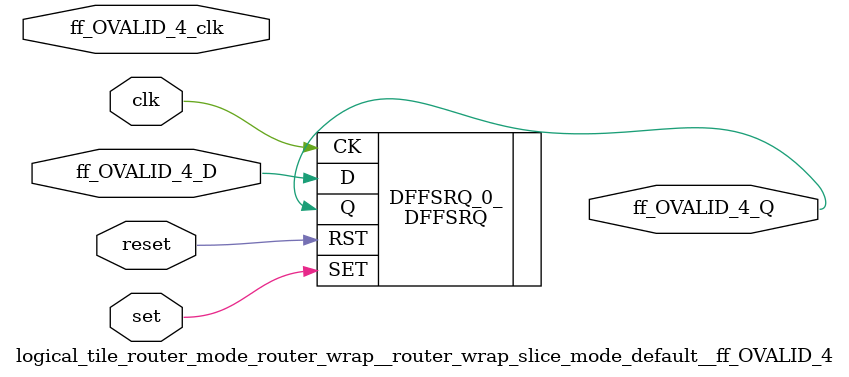
<source format=v>
`default_nettype none

module logical_tile_router_mode_router_wrap__router_wrap_slice_mode_default__ff_OVALID_4(set,
                                                                                         reset,
                                                                                         clk,
                                                                                         ff_OVALID_4_D,
                                                                                         ff_OVALID_4_Q,
                                                                                         ff_OVALID_4_clk);
//----- GLOBAL PORTS -----
input [0:0] set;
//----- GLOBAL PORTS -----
input [0:0] reset;
//----- GLOBAL PORTS -----
input [0:0] clk;
//----- INPUT PORTS -----
input [0:0] ff_OVALID_4_D;
//----- OUTPUT PORTS -----
output [0:0] ff_OVALID_4_Q;
//----- CLOCK PORTS -----
input [0:0] ff_OVALID_4_clk;

//----- BEGIN wire-connection ports -----
wire [0:0] ff_OVALID_4_D;
wire [0:0] ff_OVALID_4_Q;
wire [0:0] ff_OVALID_4_clk;
//----- END wire-connection ports -----


//----- BEGIN Registered ports -----
//----- END Registered ports -----



// ----- BEGIN Local short connections -----
// ----- END Local short connections -----
// ----- BEGIN Local output short connections -----
// ----- END Local output short connections -----

	DFFSRQ DFFSRQ_0_ (
		.SET(set),
		.RST(reset),
		.CK(clk),
		.D(ff_OVALID_4_D),
		.Q(ff_OVALID_4_Q));

endmodule
// ----- END Verilog module for logical_tile_router_mode_router_wrap__router_wrap_slice_mode_default__ff_OVALID_4 -----

//----- Default net type -----
`default_nettype wire




</source>
